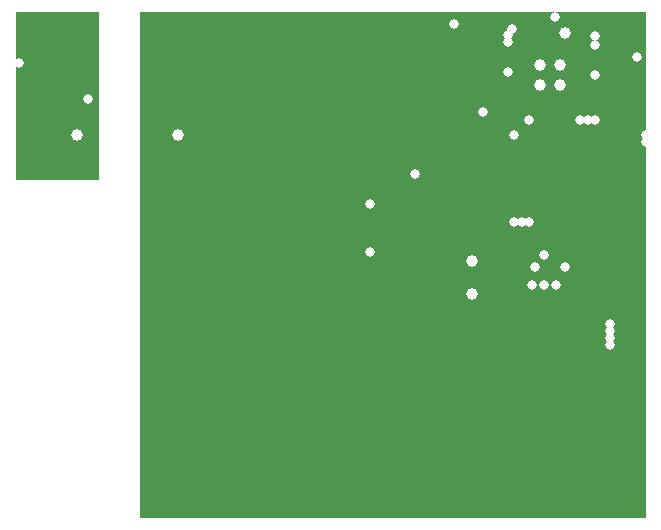
<source format=gbr>
G04 #@! TF.FileFunction,Legend,Bot*
%FSLAX46Y46*%
G04 Gerber Fmt 4.6, Leading zero omitted, Abs format (unit mm)*
G04 Created by KiCad (PCBNEW 4.0.7) date 03/27/18 03:46:25*
%MOMM*%
%LPD*%
G01*
G04 APERTURE LIST*
%ADD10C,0.100000*%
%ADD11C,0.010000*%
%ADD12O,1.800000X1.200000*%
%ADD13O,1.050000X1.350000*%
%ADD14C,1.050000*%
%ADD15C,2.900000*%
%ADD16C,1.000000*%
%ADD17C,0.800000*%
G04 APERTURE END LIST*
D10*
D11*
G36*
X124337958Y-79784985D02*
X117345966Y-79784985D01*
X117345966Y-93896096D01*
X124337958Y-93896096D01*
X124337958Y-79784985D01*
X124337958Y-79784985D01*
G37*
X124337958Y-79784985D02*
X117345966Y-79784985D01*
X117345966Y-93896096D01*
X124337958Y-93896096D01*
X124337958Y-79784985D01*
G36*
X170612232Y-79784985D02*
X127846666Y-79784985D01*
X127846666Y-122550551D01*
X170612232Y-122550551D01*
X170612232Y-79784985D01*
X170612232Y-79784985D01*
G37*
X170612232Y-79784985D02*
X127846666Y-79784985D01*
X127846666Y-122550551D01*
X170612232Y-122550551D01*
X170612232Y-79784985D01*
%LPC*%
D12*
X118535000Y-97470000D03*
X118535000Y-105730000D03*
X112585000Y-106090000D03*
X112585000Y-97110000D03*
D13*
X119785000Y-105200000D03*
D14*
X119785000Y-98000000D03*
D15*
X176530000Y-106045000D03*
X185420000Y-97155000D03*
X185420000Y-106045000D03*
X190500000Y-106045000D03*
X190500000Y-97155000D03*
X176530000Y-97155000D03*
D16*
X162052000Y-78739926D03*
X161697500Y-85952500D03*
X163422500Y-85952500D03*
X163422500Y-84227500D03*
X161697500Y-84227500D03*
X155956000Y-103632000D03*
X155956000Y-100838000D03*
X121920000Y-101600000D03*
X116840000Y-101600000D03*
D17*
X159512000Y-90170000D03*
X160782000Y-88900000D03*
X147320000Y-96012090D03*
D16*
X131064000Y-90170000D03*
D17*
X147320000Y-100076000D03*
D16*
X122555000Y-90170000D03*
D17*
X169926000Y-83566000D03*
X166370000Y-85090000D03*
X166370000Y-88900000D03*
X166370000Y-81788000D03*
D16*
X170180000Y-78740000D03*
X163830000Y-81534000D03*
D17*
X117602000Y-84074000D03*
X123444000Y-87122000D03*
X117094000Y-97028000D03*
X114300000Y-97028000D03*
X170688000Y-90170000D03*
X165769997Y-88900000D03*
X170688000Y-90770003D03*
X165100000Y-88900000D03*
X154432000Y-80772000D03*
X156863761Y-88259937D03*
X159371432Y-81201536D03*
X151130000Y-93472000D03*
X162985053Y-80199495D03*
X166370000Y-82550000D03*
X159004118Y-81695977D03*
X167640000Y-107972069D03*
X159004000Y-82295978D03*
X167640000Y-107372056D03*
X167640000Y-106772043D03*
X159004000Y-84836000D03*
X167640000Y-106171936D03*
X159512000Y-97536000D03*
X161290000Y-101346000D03*
X161036000Y-102870000D03*
X163830000Y-101346000D03*
X162052000Y-102870000D03*
X163068000Y-102870000D03*
X160782000Y-97536000D03*
X162052000Y-100330000D03*
X160181997Y-97536000D03*
M02*

</source>
